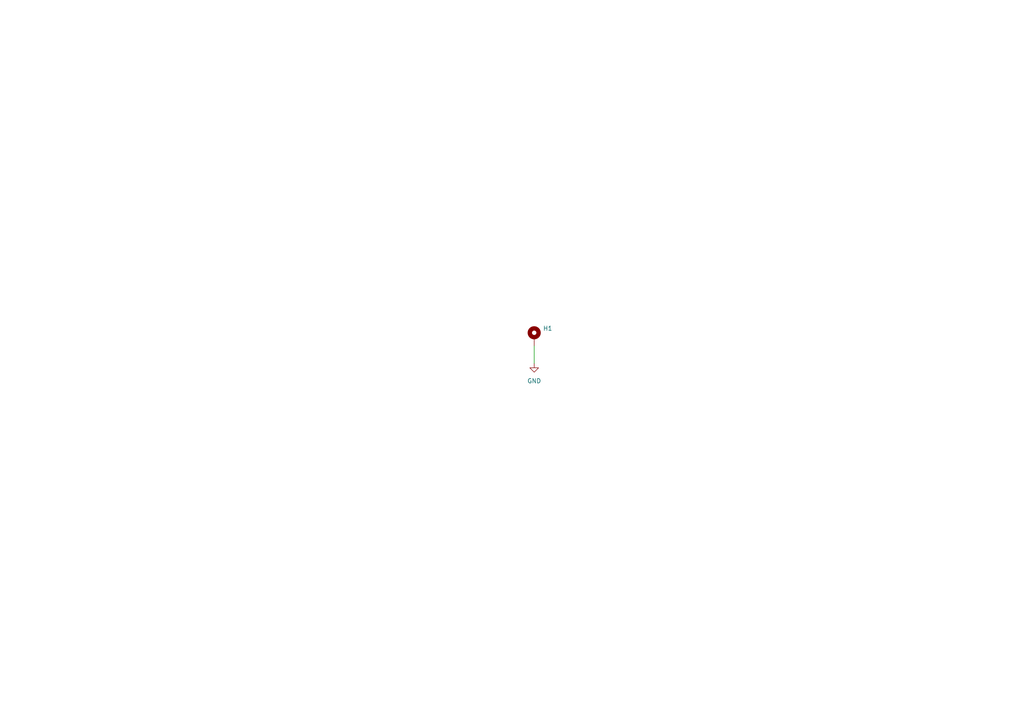
<source format=kicad_sch>
(kicad_sch (version 20231120) (generator "eeschema") (generator_version "8.0")
  (paper "A4")
  (title_block (title "Prober X1 - Mounting Arm") (date "2024-12-31") (rev "1") (company "Bitcrush Testing") (comment 1 "Bernhard Trinnes"))
  (lib_symbols
    (symbol "Mechanical:MountingHole_Pad" (pin_numbers hide) (pin_names (offset 1.016) hide)
      (property "Reference" "H" (at 0 6.35 0))
      (property "Value" "MountingHole_Pad" (at 0 4.445 0))
      (symbol "MountingHole_Pad_0_1"
        (circle (center 0 1.27) (radius 1.27) (stroke (width 1.27)))
      )
      (symbol "MountingHole_Pad_1_1"
        (pin input line (at 0 -2.54 90) (length 2.54) (name "1") (number "1"))
      )
    )
    (symbol "power:GND" (power) (pin_numbers hide) (pin_names (offset 0) hide)
      (property "Value" "GND" (at 0 -3.81 0))
      (symbol "GND_0_1"
        (polyline (pts (xy 0 0) (xy 0 -1.27) (xy 1.27 -1.27) (xy 0 -2.54) (xy -1.27 -1.27) (xy 0 -1.27)))
      )
      (symbol "GND_1_1"
        (pin power_in line (at 0 0 270) (length 0) (name "~") (number "1"))
      )
    )
  )
  (wire (pts (xy 154.94 100.33) (xy 154.94 105.41)))
  (symbol (lib_id "Mechanical:MountingHole_Pad") (at 154.94 97.79 0) (unit 1)
    (property "Reference" "H1" (at 157.48 95.2499 0) (effects (justify left)))
    (property "Value" "MountingHole_Pad" (effects (hide yes)))
    (property "Footprint" "MountingHole:MountingHole_3.2mm_M3_Pad" (effects (hide yes)))
    (property "Description" "Mounting Hole with connection" (effects (hide yes)))
  )
  (symbol (lib_id "power:GND") (at 154.94 105.41 0) (unit 1)
    (property "Reference" "#PWR01" (effects (hide yes)))
    (property "Value" "GND" (at 154.94 110.49 0))
    (property "Description" "Power symbol creates a global label with name \"GND\" , ground" (effects (hide yes)))
  )
)
</source>
